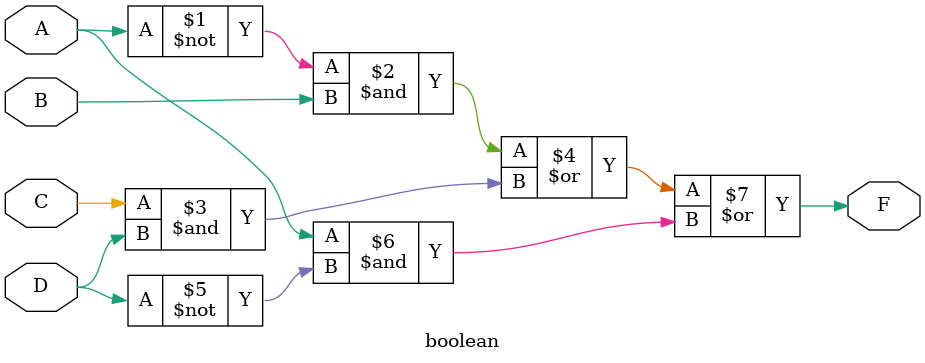
<source format=v>
module boolean (
    input  wire A,
    input  wire B,
    input  wire C,
    input  wire D,
    output wire F
);

assign F = (~A & B) | (C & D) | (A & ~D);

endmodule
</source>
